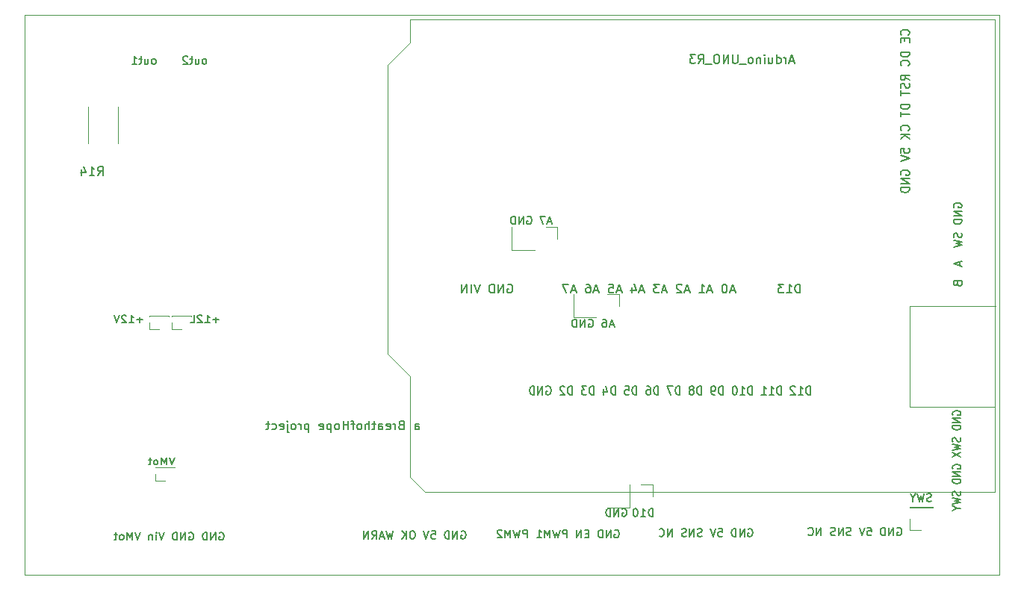
<source format=gbr>
G04 #@! TF.GenerationSoftware,KiCad,Pcbnew,5.1.5-52549c5~86~ubuntu18.04.1*
G04 #@! TF.CreationDate,2020-05-20T16:48:26+05:30*
G04 #@! TF.ProjectId,Resp2,52657370-322e-46b6-9963-61645f706362,rev?*
G04 #@! TF.SameCoordinates,Original*
G04 #@! TF.FileFunction,Legend,Bot*
G04 #@! TF.FilePolarity,Positive*
%FSLAX46Y46*%
G04 Gerber Fmt 4.6, Leading zero omitted, Abs format (unit mm)*
G04 Created by KiCad (PCBNEW 5.1.5-52549c5~86~ubuntu18.04.1) date 2020-05-20 16:48:26*
%MOMM*%
%LPD*%
G04 APERTURE LIST*
%ADD10C,0.150000*%
%ADD11C,0.100000*%
%ADD12C,0.120000*%
G04 APERTURE END LIST*
D10*
X80441714Y-68765000D02*
X80527428Y-68722142D01*
X80656000Y-68722142D01*
X80784571Y-68765000D01*
X80870285Y-68850714D01*
X80913142Y-68936428D01*
X80956000Y-69107857D01*
X80956000Y-69236428D01*
X80913142Y-69407857D01*
X80870285Y-69493571D01*
X80784571Y-69579285D01*
X80656000Y-69622142D01*
X80570285Y-69622142D01*
X80441714Y-69579285D01*
X80398857Y-69536428D01*
X80398857Y-69236428D01*
X80570285Y-69236428D01*
X80013142Y-69622142D02*
X80013142Y-68722142D01*
X79498857Y-69622142D01*
X79498857Y-68722142D01*
X79070285Y-69622142D02*
X79070285Y-68722142D01*
X78856000Y-68722142D01*
X78727428Y-68765000D01*
X78641714Y-68850714D01*
X78598857Y-68936428D01*
X78556000Y-69107857D01*
X78556000Y-69236428D01*
X78598857Y-69407857D01*
X78641714Y-69493571D01*
X78727428Y-69579285D01*
X78856000Y-69622142D01*
X79070285Y-69622142D01*
X69646714Y-35618000D02*
X69732428Y-35575142D01*
X69861000Y-35575142D01*
X69989571Y-35618000D01*
X70075285Y-35703714D01*
X70118142Y-35789428D01*
X70161000Y-35960857D01*
X70161000Y-36089428D01*
X70118142Y-36260857D01*
X70075285Y-36346571D01*
X69989571Y-36432285D01*
X69861000Y-36475142D01*
X69775285Y-36475142D01*
X69646714Y-36432285D01*
X69603857Y-36389428D01*
X69603857Y-36089428D01*
X69775285Y-36089428D01*
X69218142Y-36475142D02*
X69218142Y-35575142D01*
X68703857Y-36475142D01*
X68703857Y-35575142D01*
X68275285Y-36475142D02*
X68275285Y-35575142D01*
X68061000Y-35575142D01*
X67932428Y-35618000D01*
X67846714Y-35703714D01*
X67803857Y-35789428D01*
X67761000Y-35960857D01*
X67761000Y-36089428D01*
X67803857Y-36260857D01*
X67846714Y-36346571D01*
X67932428Y-36432285D01*
X68061000Y-36475142D01*
X68275285Y-36475142D01*
X79446142Y-47902000D02*
X79017571Y-47902000D01*
X79531857Y-48159142D02*
X79231857Y-47259142D01*
X78931857Y-48159142D01*
X78246142Y-47259142D02*
X78417571Y-47259142D01*
X78503285Y-47302000D01*
X78546142Y-47344857D01*
X78631857Y-47473428D01*
X78674714Y-47644857D01*
X78674714Y-47987714D01*
X78631857Y-48073428D01*
X78589000Y-48116285D01*
X78503285Y-48159142D01*
X78331857Y-48159142D01*
X78246142Y-48116285D01*
X78203285Y-48073428D01*
X78160428Y-47987714D01*
X78160428Y-47773428D01*
X78203285Y-47687714D01*
X78246142Y-47644857D01*
X78331857Y-47602000D01*
X78503285Y-47602000D01*
X78589000Y-47644857D01*
X78631857Y-47687714D01*
X78674714Y-47773428D01*
X76617571Y-47302000D02*
X76703285Y-47259142D01*
X76831857Y-47259142D01*
X76960428Y-47302000D01*
X77046142Y-47387714D01*
X77089000Y-47473428D01*
X77131857Y-47644857D01*
X77131857Y-47773428D01*
X77089000Y-47944857D01*
X77046142Y-48030571D01*
X76960428Y-48116285D01*
X76831857Y-48159142D01*
X76746142Y-48159142D01*
X76617571Y-48116285D01*
X76574714Y-48073428D01*
X76574714Y-47773428D01*
X76746142Y-47773428D01*
X76189000Y-48159142D02*
X76189000Y-47259142D01*
X75674714Y-48159142D01*
X75674714Y-47259142D01*
X75246142Y-48159142D02*
X75246142Y-47259142D01*
X75031857Y-47259142D01*
X74903285Y-47302000D01*
X74817571Y-47387714D01*
X74774714Y-47473428D01*
X74731857Y-47644857D01*
X74731857Y-47773428D01*
X74774714Y-47944857D01*
X74817571Y-48030571D01*
X74903285Y-48116285D01*
X75031857Y-48159142D01*
X75246142Y-48159142D01*
X112879142Y-14981523D02*
X112926761Y-14936285D01*
X112974380Y-14800571D01*
X112974380Y-14710095D01*
X112926761Y-14574380D01*
X112831523Y-14483904D01*
X112736285Y-14438666D01*
X112545809Y-14393428D01*
X112402952Y-14393428D01*
X112212476Y-14438666D01*
X112117238Y-14483904D01*
X112022000Y-14574380D01*
X111974380Y-14710095D01*
X111974380Y-14800571D01*
X112022000Y-14936285D01*
X112069619Y-14981523D01*
X112450571Y-15388666D02*
X112450571Y-15705333D01*
X112974380Y-15841047D02*
X112974380Y-15388666D01*
X111974380Y-15388666D01*
X111974380Y-15841047D01*
X112974380Y-16972000D02*
X111974380Y-16972000D01*
X111974380Y-17198190D01*
X112022000Y-17333904D01*
X112117238Y-17424380D01*
X112212476Y-17469619D01*
X112402952Y-17514857D01*
X112545809Y-17514857D01*
X112736285Y-17469619D01*
X112831523Y-17424380D01*
X112926761Y-17333904D01*
X112974380Y-17198190D01*
X112974380Y-16972000D01*
X112879142Y-18464857D02*
X112926761Y-18419619D01*
X112974380Y-18283904D01*
X112974380Y-18193428D01*
X112926761Y-18057714D01*
X112831523Y-17967238D01*
X112736285Y-17922000D01*
X112545809Y-17876761D01*
X112402952Y-17876761D01*
X112212476Y-17922000D01*
X112117238Y-17967238D01*
X112022000Y-18057714D01*
X111974380Y-18193428D01*
X111974380Y-18283904D01*
X112022000Y-18419619D01*
X112069619Y-18464857D01*
X112974380Y-20138666D02*
X112498190Y-19822000D01*
X112974380Y-19595809D02*
X111974380Y-19595809D01*
X111974380Y-19957714D01*
X112022000Y-20048190D01*
X112069619Y-20093428D01*
X112164857Y-20138666D01*
X112307714Y-20138666D01*
X112402952Y-20093428D01*
X112450571Y-20048190D01*
X112498190Y-19957714D01*
X112498190Y-19595809D01*
X112926761Y-20500571D02*
X112974380Y-20636285D01*
X112974380Y-20862476D01*
X112926761Y-20952952D01*
X112879142Y-20998190D01*
X112783904Y-21043428D01*
X112688666Y-21043428D01*
X112593428Y-20998190D01*
X112545809Y-20952952D01*
X112498190Y-20862476D01*
X112450571Y-20681523D01*
X112402952Y-20591047D01*
X112355333Y-20545809D01*
X112260095Y-20500571D01*
X112164857Y-20500571D01*
X112069619Y-20545809D01*
X112022000Y-20591047D01*
X111974380Y-20681523D01*
X111974380Y-20907714D01*
X112022000Y-21043428D01*
X111974380Y-21314857D02*
X111974380Y-21857714D01*
X112974380Y-21586285D02*
X111974380Y-21586285D01*
X112974380Y-22898190D02*
X111974380Y-22898190D01*
X111974380Y-23124380D01*
X112022000Y-23260095D01*
X112117238Y-23350571D01*
X112212476Y-23395809D01*
X112402952Y-23441047D01*
X112545809Y-23441047D01*
X112736285Y-23395809D01*
X112831523Y-23350571D01*
X112926761Y-23260095D01*
X112974380Y-23124380D01*
X112974380Y-22898190D01*
X111974380Y-23712476D02*
X111974380Y-24255333D01*
X112974380Y-23983904D02*
X111974380Y-23983904D01*
X112879142Y-25838666D02*
X112926761Y-25793428D01*
X112974380Y-25657714D01*
X112974380Y-25567238D01*
X112926761Y-25431523D01*
X112831523Y-25341047D01*
X112736285Y-25295809D01*
X112545809Y-25250571D01*
X112402952Y-25250571D01*
X112212476Y-25295809D01*
X112117238Y-25341047D01*
X112022000Y-25431523D01*
X111974380Y-25567238D01*
X111974380Y-25657714D01*
X112022000Y-25793428D01*
X112069619Y-25838666D01*
X112974380Y-26245809D02*
X111974380Y-26245809D01*
X112974380Y-26788666D02*
X112402952Y-26381523D01*
X111974380Y-26788666D02*
X112545809Y-26245809D01*
X111974380Y-28372000D02*
X111974380Y-27919619D01*
X112450571Y-27874380D01*
X112402952Y-27919619D01*
X112355333Y-28010095D01*
X112355333Y-28236285D01*
X112402952Y-28326761D01*
X112450571Y-28372000D01*
X112545809Y-28417238D01*
X112783904Y-28417238D01*
X112879142Y-28372000D01*
X112926761Y-28326761D01*
X112974380Y-28236285D01*
X112974380Y-28010095D01*
X112926761Y-27919619D01*
X112879142Y-27874380D01*
X111974380Y-28688666D02*
X112974380Y-29005333D01*
X111974380Y-29322000D01*
X112022000Y-30860095D02*
X111974380Y-30769619D01*
X111974380Y-30633904D01*
X112022000Y-30498190D01*
X112117238Y-30407714D01*
X112212476Y-30362476D01*
X112402952Y-30317238D01*
X112545809Y-30317238D01*
X112736285Y-30362476D01*
X112831523Y-30407714D01*
X112926761Y-30498190D01*
X112974380Y-30633904D01*
X112974380Y-30724380D01*
X112926761Y-30860095D01*
X112879142Y-30905333D01*
X112545809Y-30905333D01*
X112545809Y-30724380D01*
X112974380Y-31312476D02*
X111974380Y-31312476D01*
X112974380Y-31855333D01*
X111974380Y-31855333D01*
X112974380Y-32307714D02*
X111974380Y-32307714D01*
X111974380Y-32533904D01*
X112022000Y-32669619D01*
X112117238Y-32760095D01*
X112212476Y-32805333D01*
X112402952Y-32850571D01*
X112545809Y-32850571D01*
X112736285Y-32805333D01*
X112831523Y-32760095D01*
X112926761Y-32669619D01*
X112974380Y-32533904D01*
X112974380Y-32307714D01*
X101730571Y-55824380D02*
X101730571Y-54824380D01*
X101516285Y-54824380D01*
X101387714Y-54872000D01*
X101302000Y-54967238D01*
X101259142Y-55062476D01*
X101216285Y-55252952D01*
X101216285Y-55395809D01*
X101259142Y-55586285D01*
X101302000Y-55681523D01*
X101387714Y-55776761D01*
X101516285Y-55824380D01*
X101730571Y-55824380D01*
X100359142Y-55824380D02*
X100873428Y-55824380D01*
X100616285Y-55824380D02*
X100616285Y-54824380D01*
X100702000Y-54967238D01*
X100787714Y-55062476D01*
X100873428Y-55110095D01*
X100016285Y-54919619D02*
X99973428Y-54872000D01*
X99887714Y-54824380D01*
X99673428Y-54824380D01*
X99587714Y-54872000D01*
X99544857Y-54919619D01*
X99502000Y-55014857D01*
X99502000Y-55110095D01*
X99544857Y-55252952D01*
X100059142Y-55824380D01*
X99502000Y-55824380D01*
X98430571Y-55824380D02*
X98430571Y-54824380D01*
X98216285Y-54824380D01*
X98087714Y-54872000D01*
X98002000Y-54967238D01*
X97959142Y-55062476D01*
X97916285Y-55252952D01*
X97916285Y-55395809D01*
X97959142Y-55586285D01*
X98002000Y-55681523D01*
X98087714Y-55776761D01*
X98216285Y-55824380D01*
X98430571Y-55824380D01*
X97059142Y-55824380D02*
X97573428Y-55824380D01*
X97316285Y-55824380D02*
X97316285Y-54824380D01*
X97402000Y-54967238D01*
X97487714Y-55062476D01*
X97573428Y-55110095D01*
X96202000Y-55824380D02*
X96716285Y-55824380D01*
X96459142Y-55824380D02*
X96459142Y-54824380D01*
X96544857Y-54967238D01*
X96630571Y-55062476D01*
X96716285Y-55110095D01*
X95130571Y-55824380D02*
X95130571Y-54824380D01*
X94916285Y-54824380D01*
X94787714Y-54872000D01*
X94702000Y-54967238D01*
X94659142Y-55062476D01*
X94616285Y-55252952D01*
X94616285Y-55395809D01*
X94659142Y-55586285D01*
X94702000Y-55681523D01*
X94787714Y-55776761D01*
X94916285Y-55824380D01*
X95130571Y-55824380D01*
X93759142Y-55824380D02*
X94273428Y-55824380D01*
X94016285Y-55824380D02*
X94016285Y-54824380D01*
X94102000Y-54967238D01*
X94187714Y-55062476D01*
X94273428Y-55110095D01*
X93202000Y-54824380D02*
X93116285Y-54824380D01*
X93030571Y-54872000D01*
X92987714Y-54919619D01*
X92944857Y-55014857D01*
X92902000Y-55205333D01*
X92902000Y-55443428D01*
X92944857Y-55633904D01*
X92987714Y-55729142D01*
X93030571Y-55776761D01*
X93116285Y-55824380D01*
X93202000Y-55824380D01*
X93287714Y-55776761D01*
X93330571Y-55729142D01*
X93373428Y-55633904D01*
X93416285Y-55443428D01*
X93416285Y-55205333D01*
X93373428Y-55014857D01*
X93330571Y-54919619D01*
X93287714Y-54872000D01*
X93202000Y-54824380D01*
X91830571Y-55824380D02*
X91830571Y-54824380D01*
X91616285Y-54824380D01*
X91487714Y-54872000D01*
X91402000Y-54967238D01*
X91359142Y-55062476D01*
X91316285Y-55252952D01*
X91316285Y-55395809D01*
X91359142Y-55586285D01*
X91402000Y-55681523D01*
X91487714Y-55776761D01*
X91616285Y-55824380D01*
X91830571Y-55824380D01*
X90887714Y-55824380D02*
X90716285Y-55824380D01*
X90630571Y-55776761D01*
X90587714Y-55729142D01*
X90502000Y-55586285D01*
X90459142Y-55395809D01*
X90459142Y-55014857D01*
X90502000Y-54919619D01*
X90544857Y-54872000D01*
X90630571Y-54824380D01*
X90802000Y-54824380D01*
X90887714Y-54872000D01*
X90930571Y-54919619D01*
X90973428Y-55014857D01*
X90973428Y-55252952D01*
X90930571Y-55348190D01*
X90887714Y-55395809D01*
X90802000Y-55443428D01*
X90630571Y-55443428D01*
X90544857Y-55395809D01*
X90502000Y-55348190D01*
X90459142Y-55252952D01*
X89387714Y-55824380D02*
X89387714Y-54824380D01*
X89173428Y-54824380D01*
X89044857Y-54872000D01*
X88959142Y-54967238D01*
X88916285Y-55062476D01*
X88873428Y-55252952D01*
X88873428Y-55395809D01*
X88916285Y-55586285D01*
X88959142Y-55681523D01*
X89044857Y-55776761D01*
X89173428Y-55824380D01*
X89387714Y-55824380D01*
X88359142Y-55252952D02*
X88444857Y-55205333D01*
X88487714Y-55157714D01*
X88530571Y-55062476D01*
X88530571Y-55014857D01*
X88487714Y-54919619D01*
X88444857Y-54872000D01*
X88359142Y-54824380D01*
X88187714Y-54824380D01*
X88101999Y-54872000D01*
X88059142Y-54919619D01*
X88016285Y-55014857D01*
X88016285Y-55062476D01*
X88059142Y-55157714D01*
X88101999Y-55205333D01*
X88187714Y-55252952D01*
X88359142Y-55252952D01*
X88444857Y-55300571D01*
X88487714Y-55348190D01*
X88530571Y-55443428D01*
X88530571Y-55633904D01*
X88487714Y-55729142D01*
X88444857Y-55776761D01*
X88359142Y-55824380D01*
X88187714Y-55824380D01*
X88101999Y-55776761D01*
X88059142Y-55729142D01*
X88016285Y-55633904D01*
X88016285Y-55443428D01*
X88059142Y-55348190D01*
X88101999Y-55300571D01*
X88187714Y-55252952D01*
X86944857Y-55824380D02*
X86944857Y-54824380D01*
X86730571Y-54824380D01*
X86601999Y-54872000D01*
X86516285Y-54967238D01*
X86473428Y-55062476D01*
X86430571Y-55252952D01*
X86430571Y-55395809D01*
X86473428Y-55586285D01*
X86516285Y-55681523D01*
X86601999Y-55776761D01*
X86730571Y-55824380D01*
X86944857Y-55824380D01*
X86130571Y-54824380D02*
X85530571Y-54824380D01*
X85916285Y-55824380D01*
X84501999Y-55824380D02*
X84501999Y-54824380D01*
X84287714Y-54824380D01*
X84159142Y-54872000D01*
X84073428Y-54967238D01*
X84030571Y-55062476D01*
X83987714Y-55252952D01*
X83987714Y-55395809D01*
X84030571Y-55586285D01*
X84073428Y-55681523D01*
X84159142Y-55776761D01*
X84287714Y-55824380D01*
X84501999Y-55824380D01*
X83216285Y-54824380D02*
X83387714Y-54824380D01*
X83473428Y-54872000D01*
X83516285Y-54919619D01*
X83601999Y-55062476D01*
X83644857Y-55252952D01*
X83644857Y-55633904D01*
X83601999Y-55729142D01*
X83559142Y-55776761D01*
X83473428Y-55824380D01*
X83301999Y-55824380D01*
X83216285Y-55776761D01*
X83173428Y-55729142D01*
X83130571Y-55633904D01*
X83130571Y-55395809D01*
X83173428Y-55300571D01*
X83216285Y-55252952D01*
X83301999Y-55205333D01*
X83473428Y-55205333D01*
X83559142Y-55252952D01*
X83601999Y-55300571D01*
X83644857Y-55395809D01*
X82059142Y-55824380D02*
X82059142Y-54824380D01*
X81844857Y-54824380D01*
X81716285Y-54872000D01*
X81630571Y-54967238D01*
X81587714Y-55062476D01*
X81544857Y-55252952D01*
X81544857Y-55395809D01*
X81587714Y-55586285D01*
X81630571Y-55681523D01*
X81716285Y-55776761D01*
X81844857Y-55824380D01*
X82059142Y-55824380D01*
X80730571Y-54824380D02*
X81159142Y-54824380D01*
X81201999Y-55300571D01*
X81159142Y-55252952D01*
X81073428Y-55205333D01*
X80859142Y-55205333D01*
X80773428Y-55252952D01*
X80730571Y-55300571D01*
X80687714Y-55395809D01*
X80687714Y-55633904D01*
X80730571Y-55729142D01*
X80773428Y-55776761D01*
X80859142Y-55824380D01*
X81073428Y-55824380D01*
X81159142Y-55776761D01*
X81201999Y-55729142D01*
X79616285Y-55824380D02*
X79616285Y-54824380D01*
X79401999Y-54824380D01*
X79273428Y-54872000D01*
X79187714Y-54967238D01*
X79144857Y-55062476D01*
X79101999Y-55252952D01*
X79101999Y-55395809D01*
X79144857Y-55586285D01*
X79187714Y-55681523D01*
X79273428Y-55776761D01*
X79401999Y-55824380D01*
X79616285Y-55824380D01*
X78330571Y-55157714D02*
X78330571Y-55824380D01*
X78544857Y-54776761D02*
X78759142Y-55491047D01*
X78201999Y-55491047D01*
X77173428Y-55824380D02*
X77173428Y-54824380D01*
X76959142Y-54824380D01*
X76830571Y-54872000D01*
X76744857Y-54967238D01*
X76701999Y-55062476D01*
X76659142Y-55252952D01*
X76659142Y-55395809D01*
X76701999Y-55586285D01*
X76744857Y-55681523D01*
X76830571Y-55776761D01*
X76959142Y-55824380D01*
X77173428Y-55824380D01*
X76359142Y-54824380D02*
X75801999Y-54824380D01*
X76101999Y-55205333D01*
X75973428Y-55205333D01*
X75887714Y-55252952D01*
X75844857Y-55300571D01*
X75801999Y-55395809D01*
X75801999Y-55633904D01*
X75844857Y-55729142D01*
X75887714Y-55776761D01*
X75973428Y-55824380D01*
X76230571Y-55824380D01*
X76316285Y-55776761D01*
X76359142Y-55729142D01*
X74730571Y-55824380D02*
X74730571Y-54824380D01*
X74516285Y-54824380D01*
X74387714Y-54872000D01*
X74301999Y-54967238D01*
X74259142Y-55062476D01*
X74216285Y-55252952D01*
X74216285Y-55395809D01*
X74259142Y-55586285D01*
X74301999Y-55681523D01*
X74387714Y-55776761D01*
X74516285Y-55824380D01*
X74730571Y-55824380D01*
X73873428Y-54919619D02*
X73830571Y-54872000D01*
X73744857Y-54824380D01*
X73530571Y-54824380D01*
X73444857Y-54872000D01*
X73401999Y-54919619D01*
X73359142Y-55014857D01*
X73359142Y-55110095D01*
X73401999Y-55252952D01*
X73916285Y-55824380D01*
X73359142Y-55824380D01*
X71816285Y-54872000D02*
X71901999Y-54824380D01*
X72030571Y-54824380D01*
X72159142Y-54872000D01*
X72244857Y-54967238D01*
X72287714Y-55062476D01*
X72330571Y-55252952D01*
X72330571Y-55395809D01*
X72287714Y-55586285D01*
X72244857Y-55681523D01*
X72159142Y-55776761D01*
X72030571Y-55824380D01*
X71944857Y-55824380D01*
X71816285Y-55776761D01*
X71773428Y-55729142D01*
X71773428Y-55395809D01*
X71944857Y-55395809D01*
X71387714Y-55824380D02*
X71387714Y-54824380D01*
X70873428Y-55824380D01*
X70873428Y-54824380D01*
X70444857Y-55824380D02*
X70444857Y-54824380D01*
X70230571Y-54824380D01*
X70101999Y-54872000D01*
X70016285Y-54967238D01*
X69973428Y-55062476D01*
X69930571Y-55252952D01*
X69930571Y-55395809D01*
X69973428Y-55586285D01*
X70016285Y-55681523D01*
X70101999Y-55776761D01*
X70230571Y-55824380D01*
X70444857Y-55824380D01*
X100573666Y-44267380D02*
X100573666Y-43267380D01*
X100335571Y-43267380D01*
X100192714Y-43315000D01*
X100097476Y-43410238D01*
X100049857Y-43505476D01*
X100002238Y-43695952D01*
X100002238Y-43838809D01*
X100049857Y-44029285D01*
X100097476Y-44124523D01*
X100192714Y-44219761D01*
X100335571Y-44267380D01*
X100573666Y-44267380D01*
X99049857Y-44267380D02*
X99621285Y-44267380D01*
X99335571Y-44267380D02*
X99335571Y-43267380D01*
X99430809Y-43410238D01*
X99526047Y-43505476D01*
X99621285Y-43553095D01*
X98716523Y-43267380D02*
X98097476Y-43267380D01*
X98430809Y-43648333D01*
X98287952Y-43648333D01*
X98192714Y-43695952D01*
X98145095Y-43743571D01*
X98097476Y-43838809D01*
X98097476Y-44076904D01*
X98145095Y-44172142D01*
X98192714Y-44219761D01*
X98287952Y-44267380D01*
X98573666Y-44267380D01*
X98668904Y-44219761D01*
X98716523Y-44172142D01*
X93145095Y-43981666D02*
X92668904Y-43981666D01*
X93240333Y-44267380D02*
X92907000Y-43267380D01*
X92573666Y-44267380D01*
X92049857Y-43267380D02*
X91954619Y-43267380D01*
X91859380Y-43315000D01*
X91811761Y-43362619D01*
X91764142Y-43457857D01*
X91716523Y-43648333D01*
X91716523Y-43886428D01*
X91764142Y-44076904D01*
X91811761Y-44172142D01*
X91859380Y-44219761D01*
X91954619Y-44267380D01*
X92049857Y-44267380D01*
X92145095Y-44219761D01*
X92192714Y-44172142D01*
X92240333Y-44076904D01*
X92287952Y-43886428D01*
X92287952Y-43648333D01*
X92240333Y-43457857D01*
X92192714Y-43362619D01*
X92145095Y-43315000D01*
X92049857Y-43267380D01*
X90573666Y-43981666D02*
X90097476Y-43981666D01*
X90668904Y-44267380D02*
X90335571Y-43267380D01*
X90002238Y-44267380D01*
X89145095Y-44267380D02*
X89716523Y-44267380D01*
X89430809Y-44267380D02*
X89430809Y-43267380D01*
X89526047Y-43410238D01*
X89621285Y-43505476D01*
X89716523Y-43553095D01*
X88002238Y-43981666D02*
X87526047Y-43981666D01*
X88097476Y-44267380D02*
X87764142Y-43267380D01*
X87430809Y-44267380D01*
X87145095Y-43362619D02*
X87097476Y-43315000D01*
X87002238Y-43267380D01*
X86764142Y-43267380D01*
X86668904Y-43315000D01*
X86621285Y-43362619D01*
X86573666Y-43457857D01*
X86573666Y-43553095D01*
X86621285Y-43695952D01*
X87192714Y-44267380D01*
X86573666Y-44267380D01*
X85430809Y-43981666D02*
X84954619Y-43981666D01*
X85526047Y-44267380D02*
X85192714Y-43267380D01*
X84859380Y-44267380D01*
X84621285Y-43267380D02*
X84002238Y-43267380D01*
X84335571Y-43648333D01*
X84192714Y-43648333D01*
X84097476Y-43695952D01*
X84049857Y-43743571D01*
X84002238Y-43838809D01*
X84002238Y-44076904D01*
X84049857Y-44172142D01*
X84097476Y-44219761D01*
X84192714Y-44267380D01*
X84478428Y-44267380D01*
X84573666Y-44219761D01*
X84621285Y-44172142D01*
X82859380Y-43981666D02*
X82383190Y-43981666D01*
X82954619Y-44267380D02*
X82621285Y-43267380D01*
X82287952Y-44267380D01*
X81526047Y-43600714D02*
X81526047Y-44267380D01*
X81764142Y-43219761D02*
X82002238Y-43934047D01*
X81383190Y-43934047D01*
X80287952Y-43981666D02*
X79811761Y-43981666D01*
X80383190Y-44267380D02*
X80049857Y-43267380D01*
X79716523Y-44267380D01*
X78907000Y-43267380D02*
X79383190Y-43267380D01*
X79430809Y-43743571D01*
X79383190Y-43695952D01*
X79287952Y-43648333D01*
X79049857Y-43648333D01*
X78954619Y-43695952D01*
X78907000Y-43743571D01*
X78859380Y-43838809D01*
X78859380Y-44076904D01*
X78907000Y-44172142D01*
X78954619Y-44219761D01*
X79049857Y-44267380D01*
X79287952Y-44267380D01*
X79383190Y-44219761D01*
X79430809Y-44172142D01*
X77716523Y-43981666D02*
X77240333Y-43981666D01*
X77811761Y-44267380D02*
X77478428Y-43267380D01*
X77145095Y-44267380D01*
X76383190Y-43267380D02*
X76573666Y-43267380D01*
X76668904Y-43315000D01*
X76716523Y-43362619D01*
X76811761Y-43505476D01*
X76859380Y-43695952D01*
X76859380Y-44076904D01*
X76811761Y-44172142D01*
X76764142Y-44219761D01*
X76668904Y-44267380D01*
X76478428Y-44267380D01*
X76383190Y-44219761D01*
X76335571Y-44172142D01*
X76287952Y-44076904D01*
X76287952Y-43838809D01*
X76335571Y-43743571D01*
X76383190Y-43695952D01*
X76478428Y-43648333D01*
X76668904Y-43648333D01*
X76764142Y-43695952D01*
X76811761Y-43743571D01*
X76859380Y-43838809D01*
X75145095Y-43981666D02*
X74668904Y-43981666D01*
X75240333Y-44267380D02*
X74907000Y-43267380D01*
X74573666Y-44267380D01*
X74335571Y-43267380D02*
X73668904Y-43267380D01*
X74097476Y-44267380D01*
X67430809Y-43315000D02*
X67526047Y-43267380D01*
X67668904Y-43267380D01*
X67811761Y-43315000D01*
X67907000Y-43410238D01*
X67954619Y-43505476D01*
X68002238Y-43695952D01*
X68002238Y-43838809D01*
X67954619Y-44029285D01*
X67907000Y-44124523D01*
X67811761Y-44219761D01*
X67668904Y-44267380D01*
X67573666Y-44267380D01*
X67430809Y-44219761D01*
X67383190Y-44172142D01*
X67383190Y-43838809D01*
X67573666Y-43838809D01*
X66954619Y-44267380D02*
X66954619Y-43267380D01*
X66383190Y-44267380D01*
X66383190Y-43267380D01*
X65907000Y-44267380D02*
X65907000Y-43267380D01*
X65668904Y-43267380D01*
X65526047Y-43315000D01*
X65430809Y-43410238D01*
X65383190Y-43505476D01*
X65335571Y-43695952D01*
X65335571Y-43838809D01*
X65383190Y-44029285D01*
X65430809Y-44124523D01*
X65526047Y-44219761D01*
X65668904Y-44267380D01*
X65907000Y-44267380D01*
X64287952Y-43267380D02*
X63954619Y-44267380D01*
X63621285Y-43267380D01*
X63287952Y-44267380D02*
X63287952Y-43267380D01*
X62811761Y-44267380D02*
X62811761Y-43267380D01*
X62240333Y-44267380D01*
X62240333Y-43267380D01*
X33111571Y-18314142D02*
X33197285Y-18271285D01*
X33240142Y-18228428D01*
X33283000Y-18142714D01*
X33283000Y-17885571D01*
X33240142Y-17799857D01*
X33197285Y-17757000D01*
X33111571Y-17714142D01*
X32983000Y-17714142D01*
X32897285Y-17757000D01*
X32854428Y-17799857D01*
X32811571Y-17885571D01*
X32811571Y-18142714D01*
X32854428Y-18228428D01*
X32897285Y-18271285D01*
X32983000Y-18314142D01*
X33111571Y-18314142D01*
X32040142Y-17714142D02*
X32040142Y-18314142D01*
X32425857Y-17714142D02*
X32425857Y-18185571D01*
X32383000Y-18271285D01*
X32297285Y-18314142D01*
X32168714Y-18314142D01*
X32083000Y-18271285D01*
X32040142Y-18228428D01*
X31740142Y-17714142D02*
X31397285Y-17714142D01*
X31611571Y-17414142D02*
X31611571Y-18185571D01*
X31568714Y-18271285D01*
X31483000Y-18314142D01*
X31397285Y-18314142D01*
X31140142Y-17499857D02*
X31097285Y-17457000D01*
X31011571Y-17414142D01*
X30797285Y-17414142D01*
X30711571Y-17457000D01*
X30668714Y-17499857D01*
X30625857Y-17585571D01*
X30625857Y-17671285D01*
X30668714Y-17799857D01*
X31183000Y-18314142D01*
X30625857Y-18314142D01*
X27368714Y-18314142D02*
X27454428Y-18271285D01*
X27497285Y-18228428D01*
X27540142Y-18142714D01*
X27540142Y-17885571D01*
X27497285Y-17799857D01*
X27454428Y-17757000D01*
X27368714Y-17714142D01*
X27240142Y-17714142D01*
X27154428Y-17757000D01*
X27111571Y-17799857D01*
X27068714Y-17885571D01*
X27068714Y-18142714D01*
X27111571Y-18228428D01*
X27154428Y-18271285D01*
X27240142Y-18314142D01*
X27368714Y-18314142D01*
X26297285Y-17714142D02*
X26297285Y-18314142D01*
X26683000Y-17714142D02*
X26683000Y-18185571D01*
X26640142Y-18271285D01*
X26554428Y-18314142D01*
X26425857Y-18314142D01*
X26340142Y-18271285D01*
X26297285Y-18228428D01*
X25997285Y-17714142D02*
X25654428Y-17714142D01*
X25868714Y-17414142D02*
X25868714Y-18185571D01*
X25825857Y-18271285D01*
X25740142Y-18314142D01*
X25654428Y-18314142D01*
X24883000Y-18314142D02*
X25397285Y-18314142D01*
X25140142Y-18314142D02*
X25140142Y-17414142D01*
X25225857Y-17542714D01*
X25311571Y-17628428D01*
X25397285Y-17671285D01*
X118041000Y-34556428D02*
X117998142Y-34470714D01*
X117998142Y-34342142D01*
X118041000Y-34213571D01*
X118126714Y-34127857D01*
X118212428Y-34085000D01*
X118383857Y-34042142D01*
X118512428Y-34042142D01*
X118683857Y-34085000D01*
X118769571Y-34127857D01*
X118855285Y-34213571D01*
X118898142Y-34342142D01*
X118898142Y-34427857D01*
X118855285Y-34556428D01*
X118812428Y-34599285D01*
X118512428Y-34599285D01*
X118512428Y-34427857D01*
X118898142Y-34985000D02*
X117998142Y-34985000D01*
X118898142Y-35499285D01*
X117998142Y-35499285D01*
X118898142Y-35927857D02*
X117998142Y-35927857D01*
X117998142Y-36142142D01*
X118041000Y-36270714D01*
X118126714Y-36356428D01*
X118212428Y-36399285D01*
X118383857Y-36442142D01*
X118512428Y-36442142D01*
X118683857Y-36399285D01*
X118769571Y-36356428D01*
X118855285Y-36270714D01*
X118898142Y-36142142D01*
X118898142Y-35927857D01*
X118855285Y-37470714D02*
X118898142Y-37599285D01*
X118898142Y-37813571D01*
X118855285Y-37899285D01*
X118812428Y-37942142D01*
X118726714Y-37985000D01*
X118641000Y-37985000D01*
X118555285Y-37942142D01*
X118512428Y-37899285D01*
X118469571Y-37813571D01*
X118426714Y-37642142D01*
X118383857Y-37556428D01*
X118341000Y-37513571D01*
X118255285Y-37470714D01*
X118169571Y-37470714D01*
X118083857Y-37513571D01*
X118041000Y-37556428D01*
X117998142Y-37642142D01*
X117998142Y-37856428D01*
X118041000Y-37985000D01*
X117998142Y-38285000D02*
X118898142Y-38499285D01*
X118255285Y-38670714D01*
X118898142Y-38842142D01*
X117998142Y-39056428D01*
X118641000Y-40727857D02*
X118641000Y-41156428D01*
X118898142Y-40642142D02*
X117998142Y-40942142D01*
X118898142Y-41242142D01*
X118426714Y-43213571D02*
X118469571Y-43342142D01*
X118512428Y-43385000D01*
X118598142Y-43427857D01*
X118726714Y-43427857D01*
X118812428Y-43385000D01*
X118855285Y-43342142D01*
X118898142Y-43256428D01*
X118898142Y-42913571D01*
X117998142Y-42913571D01*
X117998142Y-43213571D01*
X118041000Y-43299285D01*
X118083857Y-43342142D01*
X118169571Y-43385000D01*
X118255285Y-43385000D01*
X118341000Y-43342142D01*
X118383857Y-43299285D01*
X118426714Y-43213571D01*
X118426714Y-42913571D01*
X117914000Y-58103142D02*
X117871142Y-58026952D01*
X117871142Y-57912666D01*
X117914000Y-57798380D01*
X117999714Y-57722190D01*
X118085428Y-57684095D01*
X118256857Y-57646000D01*
X118385428Y-57646000D01*
X118556857Y-57684095D01*
X118642571Y-57722190D01*
X118728285Y-57798380D01*
X118771142Y-57912666D01*
X118771142Y-57988857D01*
X118728285Y-58103142D01*
X118685428Y-58141238D01*
X118385428Y-58141238D01*
X118385428Y-57988857D01*
X118771142Y-58484095D02*
X117871142Y-58484095D01*
X118771142Y-58941238D01*
X117871142Y-58941238D01*
X118771142Y-59322190D02*
X117871142Y-59322190D01*
X117871142Y-59512666D01*
X117914000Y-59626952D01*
X117999714Y-59703142D01*
X118085428Y-59741238D01*
X118256857Y-59779333D01*
X118385428Y-59779333D01*
X118556857Y-59741238D01*
X118642571Y-59703142D01*
X118728285Y-59626952D01*
X118771142Y-59512666D01*
X118771142Y-59322190D01*
X118728285Y-60693619D02*
X118771142Y-60807904D01*
X118771142Y-60998380D01*
X118728285Y-61074571D01*
X118685428Y-61112666D01*
X118599714Y-61150761D01*
X118514000Y-61150761D01*
X118428285Y-61112666D01*
X118385428Y-61074571D01*
X118342571Y-60998380D01*
X118299714Y-60846000D01*
X118256857Y-60769809D01*
X118214000Y-60731714D01*
X118128285Y-60693619D01*
X118042571Y-60693619D01*
X117956857Y-60731714D01*
X117914000Y-60769809D01*
X117871142Y-60846000D01*
X117871142Y-61036476D01*
X117914000Y-61150761D01*
X117871142Y-61417428D02*
X118771142Y-61607904D01*
X118128285Y-61760285D01*
X118771142Y-61912666D01*
X117871142Y-62103142D01*
X117871142Y-62331714D02*
X118771142Y-62865047D01*
X117871142Y-62865047D02*
X118771142Y-62331714D01*
X117914000Y-64198380D02*
X117871142Y-64122190D01*
X117871142Y-64007904D01*
X117914000Y-63893619D01*
X117999714Y-63817428D01*
X118085428Y-63779333D01*
X118256857Y-63741238D01*
X118385428Y-63741238D01*
X118556857Y-63779333D01*
X118642571Y-63817428D01*
X118728285Y-63893619D01*
X118771142Y-64007904D01*
X118771142Y-64084095D01*
X118728285Y-64198380D01*
X118685428Y-64236476D01*
X118385428Y-64236476D01*
X118385428Y-64084095D01*
X118771142Y-64579333D02*
X117871142Y-64579333D01*
X118771142Y-65036476D01*
X117871142Y-65036476D01*
X118771142Y-65417428D02*
X117871142Y-65417428D01*
X117871142Y-65607904D01*
X117914000Y-65722190D01*
X117999714Y-65798380D01*
X118085428Y-65836476D01*
X118256857Y-65874571D01*
X118385428Y-65874571D01*
X118556857Y-65836476D01*
X118642571Y-65798380D01*
X118728285Y-65722190D01*
X118771142Y-65607904D01*
X118771142Y-65417428D01*
X118728285Y-66788857D02*
X118771142Y-66903142D01*
X118771142Y-67093619D01*
X118728285Y-67169809D01*
X118685428Y-67207904D01*
X118599714Y-67246000D01*
X118514000Y-67246000D01*
X118428285Y-67207904D01*
X118385428Y-67169809D01*
X118342571Y-67093619D01*
X118299714Y-66941238D01*
X118256857Y-66865047D01*
X118214000Y-66826952D01*
X118128285Y-66788857D01*
X118042571Y-66788857D01*
X117956857Y-66826952D01*
X117914000Y-66865047D01*
X117871142Y-66941238D01*
X117871142Y-67131714D01*
X117914000Y-67246000D01*
X117871142Y-67512666D02*
X118771142Y-67703142D01*
X118128285Y-67855523D01*
X118771142Y-68007904D01*
X117871142Y-68198380D01*
X118342571Y-68655523D02*
X118771142Y-68655523D01*
X117871142Y-68388857D02*
X118342571Y-68655523D01*
X117871142Y-68922190D01*
X34740142Y-71457000D02*
X34825857Y-71416523D01*
X34954428Y-71416523D01*
X35083000Y-71457000D01*
X35168714Y-71537952D01*
X35211571Y-71618904D01*
X35254428Y-71780809D01*
X35254428Y-71902238D01*
X35211571Y-72064142D01*
X35168714Y-72145095D01*
X35083000Y-72226047D01*
X34954428Y-72266523D01*
X34868714Y-72266523D01*
X34740142Y-72226047D01*
X34697285Y-72185571D01*
X34697285Y-71902238D01*
X34868714Y-71902238D01*
X34311571Y-72266523D02*
X34311571Y-71416523D01*
X33797285Y-72266523D01*
X33797285Y-71416523D01*
X33368714Y-72266523D02*
X33368714Y-71416523D01*
X33154428Y-71416523D01*
X33025857Y-71457000D01*
X32940142Y-71537952D01*
X32897285Y-71618904D01*
X32854428Y-71780809D01*
X32854428Y-71902238D01*
X32897285Y-72064142D01*
X32940142Y-72145095D01*
X33025857Y-72226047D01*
X33154428Y-72266523D01*
X33368714Y-72266523D01*
X31311571Y-71457000D02*
X31397285Y-71416523D01*
X31525857Y-71416523D01*
X31654428Y-71457000D01*
X31740142Y-71537952D01*
X31783000Y-71618904D01*
X31825857Y-71780809D01*
X31825857Y-71902238D01*
X31783000Y-72064142D01*
X31740142Y-72145095D01*
X31654428Y-72226047D01*
X31525857Y-72266523D01*
X31440142Y-72266523D01*
X31311571Y-72226047D01*
X31268714Y-72185571D01*
X31268714Y-71902238D01*
X31440142Y-71902238D01*
X30883000Y-72266523D02*
X30883000Y-71416523D01*
X30368714Y-72266523D01*
X30368714Y-71416523D01*
X29940142Y-72266523D02*
X29940142Y-71416523D01*
X29725857Y-71416523D01*
X29597285Y-71457000D01*
X29511571Y-71537952D01*
X29468714Y-71618904D01*
X29425857Y-71780809D01*
X29425857Y-71902238D01*
X29468714Y-72064142D01*
X29511571Y-72145095D01*
X29597285Y-72226047D01*
X29725857Y-72266523D01*
X29940142Y-72266523D01*
X28483000Y-71416523D02*
X28183000Y-72266523D01*
X27883000Y-71416523D01*
X27583000Y-72266523D02*
X27583000Y-71699857D01*
X27583000Y-71416523D02*
X27625857Y-71457000D01*
X27583000Y-71497476D01*
X27540142Y-71457000D01*
X27583000Y-71416523D01*
X27583000Y-71497476D01*
X27154428Y-71699857D02*
X27154428Y-72266523D01*
X27154428Y-71780809D02*
X27111571Y-71740333D01*
X27025857Y-71699857D01*
X26897285Y-71699857D01*
X26811571Y-71740333D01*
X26768714Y-71821285D01*
X26768714Y-72266523D01*
X25783000Y-71416523D02*
X25483000Y-72266523D01*
X25183000Y-71416523D01*
X24883000Y-72266523D02*
X24883000Y-71416523D01*
X24583000Y-72023666D01*
X24283000Y-71416523D01*
X24283000Y-72266523D01*
X23725857Y-72266523D02*
X23811571Y-72226047D01*
X23854428Y-72185571D01*
X23897285Y-72104619D01*
X23897285Y-71861761D01*
X23854428Y-71780809D01*
X23811571Y-71740333D01*
X23725857Y-71699857D01*
X23597285Y-71699857D01*
X23511571Y-71740333D01*
X23468714Y-71780809D01*
X23425857Y-71861761D01*
X23425857Y-72104619D01*
X23468714Y-72185571D01*
X23511571Y-72226047D01*
X23597285Y-72266523D01*
X23725857Y-72266523D01*
X23168714Y-71699857D02*
X22825857Y-71699857D01*
X23040142Y-71416523D02*
X23040142Y-72145095D01*
X22997285Y-72226047D01*
X22911571Y-72266523D01*
X22825857Y-72266523D01*
X62167428Y-71305000D02*
X62253142Y-71262142D01*
X62381714Y-71262142D01*
X62510285Y-71305000D01*
X62596000Y-71390714D01*
X62638857Y-71476428D01*
X62681714Y-71647857D01*
X62681714Y-71776428D01*
X62638857Y-71947857D01*
X62596000Y-72033571D01*
X62510285Y-72119285D01*
X62381714Y-72162142D01*
X62296000Y-72162142D01*
X62167428Y-72119285D01*
X62124571Y-72076428D01*
X62124571Y-71776428D01*
X62296000Y-71776428D01*
X61738857Y-72162142D02*
X61738857Y-71262142D01*
X61224571Y-72162142D01*
X61224571Y-71262142D01*
X60796000Y-72162142D02*
X60796000Y-71262142D01*
X60581714Y-71262142D01*
X60453142Y-71305000D01*
X60367428Y-71390714D01*
X60324571Y-71476428D01*
X60281714Y-71647857D01*
X60281714Y-71776428D01*
X60324571Y-71947857D01*
X60367428Y-72033571D01*
X60453142Y-72119285D01*
X60581714Y-72162142D01*
X60796000Y-72162142D01*
X58781714Y-71262142D02*
X59210285Y-71262142D01*
X59253142Y-71690714D01*
X59210285Y-71647857D01*
X59124571Y-71605000D01*
X58910285Y-71605000D01*
X58824571Y-71647857D01*
X58781714Y-71690714D01*
X58738857Y-71776428D01*
X58738857Y-71990714D01*
X58781714Y-72076428D01*
X58824571Y-72119285D01*
X58910285Y-72162142D01*
X59124571Y-72162142D01*
X59210285Y-72119285D01*
X59253142Y-72076428D01*
X58481714Y-71262142D02*
X58181714Y-72162142D01*
X57881714Y-71262142D01*
X56724571Y-71262142D02*
X56553142Y-71262142D01*
X56467428Y-71305000D01*
X56381714Y-71390714D01*
X56338857Y-71562142D01*
X56338857Y-71862142D01*
X56381714Y-72033571D01*
X56467428Y-72119285D01*
X56553142Y-72162142D01*
X56724571Y-72162142D01*
X56810285Y-72119285D01*
X56896000Y-72033571D01*
X56938857Y-71862142D01*
X56938857Y-71562142D01*
X56896000Y-71390714D01*
X56810285Y-71305000D01*
X56724571Y-71262142D01*
X55953142Y-72162142D02*
X55953142Y-71262142D01*
X55438857Y-72162142D02*
X55824571Y-71647857D01*
X55438857Y-71262142D02*
X55953142Y-71776428D01*
X54453142Y-71262142D02*
X54238857Y-72162142D01*
X54067428Y-71519285D01*
X53896000Y-72162142D01*
X53681714Y-71262142D01*
X53381714Y-71905000D02*
X52953142Y-71905000D01*
X53467428Y-72162142D02*
X53167428Y-71262142D01*
X52867428Y-72162142D01*
X52053142Y-72162142D02*
X52353142Y-71733571D01*
X52567428Y-72162142D02*
X52567428Y-71262142D01*
X52224571Y-71262142D01*
X52138857Y-71305000D01*
X52096000Y-71347857D01*
X52053142Y-71433571D01*
X52053142Y-71562142D01*
X52096000Y-71647857D01*
X52138857Y-71690714D01*
X52224571Y-71733571D01*
X52567428Y-71733571D01*
X51667428Y-72162142D02*
X51667428Y-71262142D01*
X51153142Y-72162142D01*
X51153142Y-71262142D01*
X79559142Y-71178000D02*
X79644857Y-71135142D01*
X79773428Y-71135142D01*
X79902000Y-71178000D01*
X79987714Y-71263714D01*
X80030571Y-71349428D01*
X80073428Y-71520857D01*
X80073428Y-71649428D01*
X80030571Y-71820857D01*
X79987714Y-71906571D01*
X79902000Y-71992285D01*
X79773428Y-72035142D01*
X79687714Y-72035142D01*
X79559142Y-71992285D01*
X79516285Y-71949428D01*
X79516285Y-71649428D01*
X79687714Y-71649428D01*
X79130571Y-72035142D02*
X79130571Y-71135142D01*
X78616285Y-72035142D01*
X78616285Y-71135142D01*
X78187714Y-72035142D02*
X78187714Y-71135142D01*
X77973428Y-71135142D01*
X77844857Y-71178000D01*
X77759142Y-71263714D01*
X77716285Y-71349428D01*
X77673428Y-71520857D01*
X77673428Y-71649428D01*
X77716285Y-71820857D01*
X77759142Y-71906571D01*
X77844857Y-71992285D01*
X77973428Y-72035142D01*
X78187714Y-72035142D01*
X76602000Y-71563714D02*
X76302000Y-71563714D01*
X76173428Y-72035142D02*
X76602000Y-72035142D01*
X76602000Y-71135142D01*
X76173428Y-71135142D01*
X75787714Y-72035142D02*
X75787714Y-71135142D01*
X75273428Y-72035142D01*
X75273428Y-71135142D01*
X74159142Y-72035142D02*
X74159142Y-71135142D01*
X73816285Y-71135142D01*
X73730571Y-71178000D01*
X73687714Y-71220857D01*
X73644857Y-71306571D01*
X73644857Y-71435142D01*
X73687714Y-71520857D01*
X73730571Y-71563714D01*
X73816285Y-71606571D01*
X74159142Y-71606571D01*
X73344857Y-71135142D02*
X73130571Y-72035142D01*
X72959142Y-71392285D01*
X72787714Y-72035142D01*
X72573428Y-71135142D01*
X72230571Y-72035142D02*
X72230571Y-71135142D01*
X71930571Y-71778000D01*
X71630571Y-71135142D01*
X71630571Y-72035142D01*
X70730571Y-72035142D02*
X71244857Y-72035142D01*
X70987714Y-72035142D02*
X70987714Y-71135142D01*
X71073428Y-71263714D01*
X71159142Y-71349428D01*
X71244857Y-71392285D01*
X69659142Y-72035142D02*
X69659142Y-71135142D01*
X69316285Y-71135142D01*
X69230571Y-71178000D01*
X69187714Y-71220857D01*
X69144857Y-71306571D01*
X69144857Y-71435142D01*
X69187714Y-71520857D01*
X69230571Y-71563714D01*
X69316285Y-71606571D01*
X69659142Y-71606571D01*
X68844857Y-71135142D02*
X68630571Y-72035142D01*
X68459142Y-71392285D01*
X68287714Y-72035142D01*
X68073428Y-71135142D01*
X67730571Y-72035142D02*
X67730571Y-71135142D01*
X67430571Y-71778000D01*
X67130571Y-71135142D01*
X67130571Y-72035142D01*
X66744857Y-71220857D02*
X66702000Y-71178000D01*
X66616285Y-71135142D01*
X66402000Y-71135142D01*
X66316285Y-71178000D01*
X66273428Y-71220857D01*
X66230571Y-71306571D01*
X66230571Y-71392285D01*
X66273428Y-71520857D01*
X66787714Y-72035142D01*
X66230571Y-72035142D01*
X94694571Y-71051000D02*
X94780285Y-71008142D01*
X94908857Y-71008142D01*
X95037428Y-71051000D01*
X95123142Y-71136714D01*
X95166000Y-71222428D01*
X95208857Y-71393857D01*
X95208857Y-71522428D01*
X95166000Y-71693857D01*
X95123142Y-71779571D01*
X95037428Y-71865285D01*
X94908857Y-71908142D01*
X94823142Y-71908142D01*
X94694571Y-71865285D01*
X94651714Y-71822428D01*
X94651714Y-71522428D01*
X94823142Y-71522428D01*
X94266000Y-71908142D02*
X94266000Y-71008142D01*
X93751714Y-71908142D01*
X93751714Y-71008142D01*
X93323142Y-71908142D02*
X93323142Y-71008142D01*
X93108857Y-71008142D01*
X92980285Y-71051000D01*
X92894571Y-71136714D01*
X92851714Y-71222428D01*
X92808857Y-71393857D01*
X92808857Y-71522428D01*
X92851714Y-71693857D01*
X92894571Y-71779571D01*
X92980285Y-71865285D01*
X93108857Y-71908142D01*
X93323142Y-71908142D01*
X91308857Y-71008142D02*
X91737428Y-71008142D01*
X91780285Y-71436714D01*
X91737428Y-71393857D01*
X91651714Y-71351000D01*
X91437428Y-71351000D01*
X91351714Y-71393857D01*
X91308857Y-71436714D01*
X91266000Y-71522428D01*
X91266000Y-71736714D01*
X91308857Y-71822428D01*
X91351714Y-71865285D01*
X91437428Y-71908142D01*
X91651714Y-71908142D01*
X91737428Y-71865285D01*
X91780285Y-71822428D01*
X91008857Y-71008142D02*
X90708857Y-71908142D01*
X90408857Y-71008142D01*
X89466000Y-71865285D02*
X89337428Y-71908142D01*
X89123142Y-71908142D01*
X89037428Y-71865285D01*
X88994571Y-71822428D01*
X88951714Y-71736714D01*
X88951714Y-71651000D01*
X88994571Y-71565285D01*
X89037428Y-71522428D01*
X89123142Y-71479571D01*
X89294571Y-71436714D01*
X89380285Y-71393857D01*
X89423142Y-71351000D01*
X89466000Y-71265285D01*
X89466000Y-71179571D01*
X89423142Y-71093857D01*
X89380285Y-71051000D01*
X89294571Y-71008142D01*
X89080285Y-71008142D01*
X88951714Y-71051000D01*
X88566000Y-71908142D02*
X88566000Y-71008142D01*
X88051714Y-71908142D01*
X88051714Y-71008142D01*
X87666000Y-71865285D02*
X87537428Y-71908142D01*
X87323142Y-71908142D01*
X87237428Y-71865285D01*
X87194571Y-71822428D01*
X87151714Y-71736714D01*
X87151714Y-71651000D01*
X87194571Y-71565285D01*
X87237428Y-71522428D01*
X87323142Y-71479571D01*
X87494571Y-71436714D01*
X87580285Y-71393857D01*
X87623142Y-71351000D01*
X87666000Y-71265285D01*
X87666000Y-71179571D01*
X87623142Y-71093857D01*
X87580285Y-71051000D01*
X87494571Y-71008142D01*
X87280285Y-71008142D01*
X87151714Y-71051000D01*
X86080285Y-71908142D02*
X86080285Y-71008142D01*
X85566000Y-71908142D01*
X85566000Y-71008142D01*
X84623142Y-71822428D02*
X84666000Y-71865285D01*
X84794571Y-71908142D01*
X84880285Y-71908142D01*
X85008857Y-71865285D01*
X85094571Y-71779571D01*
X85137428Y-71693857D01*
X85180285Y-71522428D01*
X85180285Y-71393857D01*
X85137428Y-71222428D01*
X85094571Y-71136714D01*
X85008857Y-71051000D01*
X84880285Y-71008142D01*
X84794571Y-71008142D01*
X84666000Y-71051000D01*
X84623142Y-71093857D01*
X111585571Y-70924000D02*
X111671285Y-70881142D01*
X111799857Y-70881142D01*
X111928428Y-70924000D01*
X112014142Y-71009714D01*
X112057000Y-71095428D01*
X112099857Y-71266857D01*
X112099857Y-71395428D01*
X112057000Y-71566857D01*
X112014142Y-71652571D01*
X111928428Y-71738285D01*
X111799857Y-71781142D01*
X111714142Y-71781142D01*
X111585571Y-71738285D01*
X111542714Y-71695428D01*
X111542714Y-71395428D01*
X111714142Y-71395428D01*
X111157000Y-71781142D02*
X111157000Y-70881142D01*
X110642714Y-71781142D01*
X110642714Y-70881142D01*
X110214142Y-71781142D02*
X110214142Y-70881142D01*
X109999857Y-70881142D01*
X109871285Y-70924000D01*
X109785571Y-71009714D01*
X109742714Y-71095428D01*
X109699857Y-71266857D01*
X109699857Y-71395428D01*
X109742714Y-71566857D01*
X109785571Y-71652571D01*
X109871285Y-71738285D01*
X109999857Y-71781142D01*
X110214142Y-71781142D01*
X108199857Y-70881142D02*
X108628428Y-70881142D01*
X108671285Y-71309714D01*
X108628428Y-71266857D01*
X108542714Y-71224000D01*
X108328428Y-71224000D01*
X108242714Y-71266857D01*
X108199857Y-71309714D01*
X108157000Y-71395428D01*
X108157000Y-71609714D01*
X108199857Y-71695428D01*
X108242714Y-71738285D01*
X108328428Y-71781142D01*
X108542714Y-71781142D01*
X108628428Y-71738285D01*
X108671285Y-71695428D01*
X107899857Y-70881142D02*
X107599857Y-71781142D01*
X107299857Y-70881142D01*
X106357000Y-71738285D02*
X106228428Y-71781142D01*
X106014142Y-71781142D01*
X105928428Y-71738285D01*
X105885571Y-71695428D01*
X105842714Y-71609714D01*
X105842714Y-71524000D01*
X105885571Y-71438285D01*
X105928428Y-71395428D01*
X106014142Y-71352571D01*
X106185571Y-71309714D01*
X106271285Y-71266857D01*
X106314142Y-71224000D01*
X106357000Y-71138285D01*
X106357000Y-71052571D01*
X106314142Y-70966857D01*
X106271285Y-70924000D01*
X106185571Y-70881142D01*
X105971285Y-70881142D01*
X105842714Y-70924000D01*
X105457000Y-71781142D02*
X105457000Y-70881142D01*
X104942714Y-71781142D01*
X104942714Y-70881142D01*
X104557000Y-71738285D02*
X104428428Y-71781142D01*
X104214142Y-71781142D01*
X104128428Y-71738285D01*
X104085571Y-71695428D01*
X104042714Y-71609714D01*
X104042714Y-71524000D01*
X104085571Y-71438285D01*
X104128428Y-71395428D01*
X104214142Y-71352571D01*
X104385571Y-71309714D01*
X104471285Y-71266857D01*
X104514142Y-71224000D01*
X104557000Y-71138285D01*
X104557000Y-71052571D01*
X104514142Y-70966857D01*
X104471285Y-70924000D01*
X104385571Y-70881142D01*
X104171285Y-70881142D01*
X104042714Y-70924000D01*
X102971285Y-71781142D02*
X102971285Y-70881142D01*
X102457000Y-71781142D01*
X102457000Y-70881142D01*
X101514142Y-71695428D02*
X101557000Y-71738285D01*
X101685571Y-71781142D01*
X101771285Y-71781142D01*
X101899857Y-71738285D01*
X101985571Y-71652571D01*
X102028428Y-71566857D01*
X102071285Y-71395428D01*
X102071285Y-71266857D01*
X102028428Y-71095428D01*
X101985571Y-71009714D01*
X101899857Y-70924000D01*
X101771285Y-70881142D01*
X101685571Y-70881142D01*
X101557000Y-70924000D01*
X101514142Y-70966857D01*
X56934666Y-59761380D02*
X56934666Y-59237571D01*
X56982285Y-59142333D01*
X57077523Y-59094714D01*
X57268000Y-59094714D01*
X57363238Y-59142333D01*
X56934666Y-59713761D02*
X57029904Y-59761380D01*
X57268000Y-59761380D01*
X57363238Y-59713761D01*
X57410857Y-59618523D01*
X57410857Y-59523285D01*
X57363238Y-59428047D01*
X57268000Y-59380428D01*
X57029904Y-59380428D01*
X56934666Y-59332809D01*
X55363238Y-59237571D02*
X55220380Y-59285190D01*
X55172761Y-59332809D01*
X55125142Y-59428047D01*
X55125142Y-59570904D01*
X55172761Y-59666142D01*
X55220380Y-59713761D01*
X55315619Y-59761380D01*
X55696571Y-59761380D01*
X55696571Y-58761380D01*
X55363238Y-58761380D01*
X55268000Y-58809000D01*
X55220380Y-58856619D01*
X55172761Y-58951857D01*
X55172761Y-59047095D01*
X55220380Y-59142333D01*
X55268000Y-59189952D01*
X55363238Y-59237571D01*
X55696571Y-59237571D01*
X54696571Y-59761380D02*
X54696571Y-59094714D01*
X54696571Y-59285190D02*
X54648952Y-59189952D01*
X54601333Y-59142333D01*
X54506095Y-59094714D01*
X54410857Y-59094714D01*
X53696571Y-59713761D02*
X53791809Y-59761380D01*
X53982285Y-59761380D01*
X54077523Y-59713761D01*
X54125142Y-59618523D01*
X54125142Y-59237571D01*
X54077523Y-59142333D01*
X53982285Y-59094714D01*
X53791809Y-59094714D01*
X53696571Y-59142333D01*
X53648952Y-59237571D01*
X53648952Y-59332809D01*
X54125142Y-59428047D01*
X52791809Y-59761380D02*
X52791809Y-59237571D01*
X52839428Y-59142333D01*
X52934666Y-59094714D01*
X53125142Y-59094714D01*
X53220380Y-59142333D01*
X52791809Y-59713761D02*
X52887047Y-59761380D01*
X53125142Y-59761380D01*
X53220380Y-59713761D01*
X53268000Y-59618523D01*
X53268000Y-59523285D01*
X53220380Y-59428047D01*
X53125142Y-59380428D01*
X52887047Y-59380428D01*
X52791809Y-59332809D01*
X52458476Y-59094714D02*
X52077523Y-59094714D01*
X52315619Y-58761380D02*
X52315619Y-59618523D01*
X52268000Y-59713761D01*
X52172761Y-59761380D01*
X52077523Y-59761380D01*
X51744190Y-59761380D02*
X51744190Y-58761380D01*
X51315619Y-59761380D02*
X51315619Y-59237571D01*
X51363238Y-59142333D01*
X51458476Y-59094714D01*
X51601333Y-59094714D01*
X51696571Y-59142333D01*
X51744190Y-59189952D01*
X50696571Y-59761380D02*
X50791809Y-59713761D01*
X50839428Y-59666142D01*
X50887047Y-59570904D01*
X50887047Y-59285190D01*
X50839428Y-59189952D01*
X50791809Y-59142333D01*
X50696571Y-59094714D01*
X50553714Y-59094714D01*
X50458476Y-59142333D01*
X50410857Y-59189952D01*
X50363238Y-59285190D01*
X50363238Y-59570904D01*
X50410857Y-59666142D01*
X50458476Y-59713761D01*
X50553714Y-59761380D01*
X50696571Y-59761380D01*
X50077523Y-59094714D02*
X49696571Y-59094714D01*
X49934666Y-59761380D02*
X49934666Y-58904238D01*
X49887047Y-58809000D01*
X49791809Y-58761380D01*
X49696571Y-58761380D01*
X49363238Y-59761380D02*
X49363238Y-58761380D01*
X49363238Y-59237571D02*
X48791809Y-59237571D01*
X48791809Y-59761380D02*
X48791809Y-58761380D01*
X48172761Y-59761380D02*
X48268000Y-59713761D01*
X48315619Y-59666142D01*
X48363238Y-59570904D01*
X48363238Y-59285190D01*
X48315619Y-59189952D01*
X48268000Y-59142333D01*
X48172761Y-59094714D01*
X48029904Y-59094714D01*
X47934666Y-59142333D01*
X47887047Y-59189952D01*
X47839428Y-59285190D01*
X47839428Y-59570904D01*
X47887047Y-59666142D01*
X47934666Y-59713761D01*
X48029904Y-59761380D01*
X48172761Y-59761380D01*
X47410857Y-59094714D02*
X47410857Y-60094714D01*
X47410857Y-59142333D02*
X47315619Y-59094714D01*
X47125142Y-59094714D01*
X47029904Y-59142333D01*
X46982285Y-59189952D01*
X46934666Y-59285190D01*
X46934666Y-59570904D01*
X46982285Y-59666142D01*
X47029904Y-59713761D01*
X47125142Y-59761380D01*
X47315619Y-59761380D01*
X47410857Y-59713761D01*
X46125142Y-59713761D02*
X46220380Y-59761380D01*
X46410857Y-59761380D01*
X46506095Y-59713761D01*
X46553714Y-59618523D01*
X46553714Y-59237571D01*
X46506095Y-59142333D01*
X46410857Y-59094714D01*
X46220380Y-59094714D01*
X46125142Y-59142333D01*
X46077523Y-59237571D01*
X46077523Y-59332809D01*
X46553714Y-59428047D01*
X44887047Y-59094714D02*
X44887047Y-60094714D01*
X44887047Y-59142333D02*
X44791809Y-59094714D01*
X44601333Y-59094714D01*
X44506095Y-59142333D01*
X44458476Y-59189952D01*
X44410857Y-59285190D01*
X44410857Y-59570904D01*
X44458476Y-59666142D01*
X44506095Y-59713761D01*
X44601333Y-59761380D01*
X44791809Y-59761380D01*
X44887047Y-59713761D01*
X43982285Y-59761380D02*
X43982285Y-59094714D01*
X43982285Y-59285190D02*
X43934666Y-59189952D01*
X43887047Y-59142333D01*
X43791809Y-59094714D01*
X43696571Y-59094714D01*
X43220380Y-59761380D02*
X43315619Y-59713761D01*
X43363238Y-59666142D01*
X43410857Y-59570904D01*
X43410857Y-59285190D01*
X43363238Y-59189952D01*
X43315619Y-59142333D01*
X43220380Y-59094714D01*
X43077523Y-59094714D01*
X42982285Y-59142333D01*
X42934666Y-59189952D01*
X42887047Y-59285190D01*
X42887047Y-59570904D01*
X42934666Y-59666142D01*
X42982285Y-59713761D01*
X43077523Y-59761380D01*
X43220380Y-59761380D01*
X42458476Y-59094714D02*
X42458476Y-59951857D01*
X42506095Y-60047095D01*
X42601333Y-60094714D01*
X42648952Y-60094714D01*
X42458476Y-58761380D02*
X42506095Y-58809000D01*
X42458476Y-58856619D01*
X42410857Y-58809000D01*
X42458476Y-58761380D01*
X42458476Y-58856619D01*
X41601333Y-59713761D02*
X41696571Y-59761380D01*
X41887047Y-59761380D01*
X41982285Y-59713761D01*
X42029904Y-59618523D01*
X42029904Y-59237571D01*
X41982285Y-59142333D01*
X41887047Y-59094714D01*
X41696571Y-59094714D01*
X41601333Y-59142333D01*
X41553714Y-59237571D01*
X41553714Y-59332809D01*
X42029904Y-59428047D01*
X40696571Y-59713761D02*
X40791809Y-59761380D01*
X40982285Y-59761380D01*
X41077523Y-59713761D01*
X41125142Y-59666142D01*
X41172761Y-59570904D01*
X41172761Y-59285190D01*
X41125142Y-59189952D01*
X41077523Y-59142333D01*
X40982285Y-59094714D01*
X40791809Y-59094714D01*
X40696571Y-59142333D01*
X40410857Y-59094714D02*
X40029904Y-59094714D01*
X40268000Y-58761380D02*
X40268000Y-59618523D01*
X40220380Y-59713761D01*
X40125142Y-59761380D01*
X40029904Y-59761380D01*
D11*
X123190000Y-12700000D02*
X123190000Y-76200000D01*
X12700000Y-12700000D02*
X123190000Y-12700000D01*
X12700000Y-76200000D02*
X12700000Y-12700000D01*
X123190000Y-76200000D02*
X12700000Y-76200000D01*
D12*
X80070000Y-44390000D02*
X80070000Y-45720000D01*
X78740000Y-44390000D02*
X80070000Y-44390000D01*
X77470000Y-47050000D02*
X74870000Y-47050000D01*
X74870000Y-44390000D02*
X74870000Y-47050000D01*
D11*
X113025000Y-57145000D02*
X122615000Y-57175000D01*
X113025000Y-45715000D02*
X113025000Y-57145000D01*
X122715000Y-45715000D02*
X113025000Y-45715000D01*
D12*
X56385000Y-53725000D02*
X53845000Y-51185000D01*
X56385000Y-65155000D02*
X56385000Y-53725000D01*
X58035000Y-66805000D02*
X56385000Y-65155000D01*
X122685000Y-66805000D02*
X58035000Y-66805000D01*
X122685000Y-45593000D02*
X122685000Y-66805000D01*
X122685000Y-16383000D02*
X122685000Y-45595000D01*
X122685000Y-13205000D02*
X122685000Y-16385000D01*
X56385000Y-13205000D02*
X122685000Y-13205000D01*
X56385000Y-15875000D02*
X56385000Y-13205000D01*
X53845000Y-18415000D02*
X56385000Y-15875000D01*
X53845000Y-51185000D02*
X53845000Y-18415000D01*
X73085000Y-36770000D02*
X73085000Y-38100000D01*
X71755000Y-36770000D02*
X73085000Y-36770000D01*
X70485000Y-39430000D02*
X67885000Y-39430000D01*
X67885000Y-36770000D02*
X67885000Y-39430000D01*
X83880000Y-65980000D02*
X83880000Y-67310000D01*
X82550000Y-65980000D02*
X83880000Y-65980000D01*
X81280000Y-65980000D02*
X81280000Y-68640000D01*
X81280000Y-68640000D02*
X78680000Y-68640000D01*
X112970000Y-71180000D02*
X114300000Y-71180000D01*
X112970000Y-69850000D02*
X112970000Y-71180000D01*
X112970000Y-68580000D02*
X115630000Y-68580000D01*
X115630000Y-68580000D02*
X115630000Y-68520000D01*
X112970000Y-68580000D02*
X112970000Y-68520000D01*
X112970000Y-68520000D02*
X115630000Y-68520000D01*
X27465000Y-65530000D02*
X28575000Y-65530000D01*
X27465000Y-64770000D02*
X27465000Y-65530000D01*
X29138471Y-64010000D02*
X29685000Y-64010000D01*
X27465000Y-64010000D02*
X28011529Y-64010000D01*
X29685000Y-64010000D02*
X29685000Y-64075000D01*
X27465000Y-64010000D02*
X27465000Y-64075000D01*
X27465000Y-64010000D02*
X29685000Y-64010000D01*
X26830000Y-48385000D02*
X27940000Y-48385000D01*
X26830000Y-47625000D02*
X26830000Y-48385000D01*
X28503471Y-46865000D02*
X29050000Y-46865000D01*
X26830000Y-46865000D02*
X27376529Y-46865000D01*
X29050000Y-46865000D02*
X29050000Y-46930000D01*
X26830000Y-46865000D02*
X26830000Y-46930000D01*
X26830000Y-46865000D02*
X29050000Y-46865000D01*
X29370000Y-48385000D02*
X30480000Y-48385000D01*
X29370000Y-47625000D02*
X29370000Y-48385000D01*
X31043471Y-46865000D02*
X31590000Y-46865000D01*
X29370000Y-46865000D02*
X29916529Y-46865000D01*
X31590000Y-46865000D02*
X31590000Y-46930000D01*
X29370000Y-46865000D02*
X29370000Y-46930000D01*
X29370000Y-46865000D02*
X31590000Y-46865000D01*
X19880000Y-27264564D02*
X19880000Y-23160436D01*
X23300000Y-27264564D02*
X23300000Y-23160436D01*
D10*
X99884761Y-17946666D02*
X99408571Y-17946666D01*
X99980000Y-18232380D02*
X99646666Y-17232380D01*
X99313333Y-18232380D01*
X98980000Y-18232380D02*
X98980000Y-17565714D01*
X98980000Y-17756190D02*
X98932380Y-17660952D01*
X98884761Y-17613333D01*
X98789523Y-17565714D01*
X98694285Y-17565714D01*
X97932380Y-18232380D02*
X97932380Y-17232380D01*
X97932380Y-18184761D02*
X98027619Y-18232380D01*
X98218095Y-18232380D01*
X98313333Y-18184761D01*
X98360952Y-18137142D01*
X98408571Y-18041904D01*
X98408571Y-17756190D01*
X98360952Y-17660952D01*
X98313333Y-17613333D01*
X98218095Y-17565714D01*
X98027619Y-17565714D01*
X97932380Y-17613333D01*
X97027619Y-17565714D02*
X97027619Y-18232380D01*
X97456190Y-17565714D02*
X97456190Y-18089523D01*
X97408571Y-18184761D01*
X97313333Y-18232380D01*
X97170476Y-18232380D01*
X97075238Y-18184761D01*
X97027619Y-18137142D01*
X96551428Y-18232380D02*
X96551428Y-17565714D01*
X96551428Y-17232380D02*
X96599047Y-17280000D01*
X96551428Y-17327619D01*
X96503809Y-17280000D01*
X96551428Y-17232380D01*
X96551428Y-17327619D01*
X96075238Y-17565714D02*
X96075238Y-18232380D01*
X96075238Y-17660952D02*
X96027619Y-17613333D01*
X95932380Y-17565714D01*
X95789523Y-17565714D01*
X95694285Y-17613333D01*
X95646666Y-17708571D01*
X95646666Y-18232380D01*
X95027619Y-18232380D02*
X95122857Y-18184761D01*
X95170476Y-18137142D01*
X95218095Y-18041904D01*
X95218095Y-17756190D01*
X95170476Y-17660952D01*
X95122857Y-17613333D01*
X95027619Y-17565714D01*
X94884761Y-17565714D01*
X94789523Y-17613333D01*
X94741904Y-17660952D01*
X94694285Y-17756190D01*
X94694285Y-18041904D01*
X94741904Y-18137142D01*
X94789523Y-18184761D01*
X94884761Y-18232380D01*
X95027619Y-18232380D01*
X94503809Y-18327619D02*
X93741904Y-18327619D01*
X93503809Y-17232380D02*
X93503809Y-18041904D01*
X93456190Y-18137142D01*
X93408571Y-18184761D01*
X93313333Y-18232380D01*
X93122857Y-18232380D01*
X93027619Y-18184761D01*
X92980000Y-18137142D01*
X92932380Y-18041904D01*
X92932380Y-17232380D01*
X92456190Y-18232380D02*
X92456190Y-17232380D01*
X91884761Y-18232380D01*
X91884761Y-17232380D01*
X91218095Y-17232380D02*
X91027619Y-17232380D01*
X90932380Y-17280000D01*
X90837142Y-17375238D01*
X90789523Y-17565714D01*
X90789523Y-17899047D01*
X90837142Y-18089523D01*
X90932380Y-18184761D01*
X91027619Y-18232380D01*
X91218095Y-18232380D01*
X91313333Y-18184761D01*
X91408571Y-18089523D01*
X91456190Y-17899047D01*
X91456190Y-17565714D01*
X91408571Y-17375238D01*
X91313333Y-17280000D01*
X91218095Y-17232380D01*
X90599047Y-18327619D02*
X89837142Y-18327619D01*
X89027619Y-18232380D02*
X89360952Y-17756190D01*
X89599047Y-18232380D02*
X89599047Y-17232380D01*
X89218095Y-17232380D01*
X89122857Y-17280000D01*
X89075238Y-17327619D01*
X89027619Y-17422857D01*
X89027619Y-17565714D01*
X89075238Y-17660952D01*
X89122857Y-17708571D01*
X89218095Y-17756190D01*
X89599047Y-17756190D01*
X88694285Y-17232380D02*
X88075238Y-17232380D01*
X88408571Y-17613333D01*
X88265714Y-17613333D01*
X88170476Y-17660952D01*
X88122857Y-17708571D01*
X88075238Y-17803809D01*
X88075238Y-18041904D01*
X88122857Y-18137142D01*
X88170476Y-18184761D01*
X88265714Y-18232380D01*
X88551428Y-18232380D01*
X88646666Y-18184761D01*
X88694285Y-18137142D01*
X72397857Y-36218000D02*
X71969285Y-36218000D01*
X72483571Y-36475142D02*
X72183571Y-35575142D01*
X71883571Y-36475142D01*
X71669285Y-35575142D02*
X71069285Y-35575142D01*
X71455000Y-36475142D01*
X83896857Y-69622142D02*
X83896857Y-68722142D01*
X83682571Y-68722142D01*
X83554000Y-68765000D01*
X83468285Y-68850714D01*
X83425428Y-68936428D01*
X83382571Y-69107857D01*
X83382571Y-69236428D01*
X83425428Y-69407857D01*
X83468285Y-69493571D01*
X83554000Y-69579285D01*
X83682571Y-69622142D01*
X83896857Y-69622142D01*
X82525428Y-69622142D02*
X83039714Y-69622142D01*
X82782571Y-69622142D02*
X82782571Y-68722142D01*
X82868285Y-68850714D01*
X82954000Y-68936428D01*
X83039714Y-68979285D01*
X81968285Y-68722142D02*
X81882571Y-68722142D01*
X81796857Y-68765000D01*
X81754000Y-68807857D01*
X81711142Y-68893571D01*
X81668285Y-69065000D01*
X81668285Y-69279285D01*
X81711142Y-69450714D01*
X81754000Y-69536428D01*
X81796857Y-69579285D01*
X81882571Y-69622142D01*
X81968285Y-69622142D01*
X82054000Y-69579285D01*
X82096857Y-69536428D01*
X82139714Y-69450714D01*
X82182571Y-69279285D01*
X82182571Y-69065000D01*
X82139714Y-68893571D01*
X82096857Y-68807857D01*
X82054000Y-68765000D01*
X81968285Y-68722142D01*
X115457142Y-67884285D02*
X115328571Y-67927142D01*
X115114285Y-67927142D01*
X115028571Y-67884285D01*
X114985714Y-67841428D01*
X114942857Y-67755714D01*
X114942857Y-67670000D01*
X114985714Y-67584285D01*
X115028571Y-67541428D01*
X115114285Y-67498571D01*
X115285714Y-67455714D01*
X115371428Y-67412857D01*
X115414285Y-67370000D01*
X115457142Y-67284285D01*
X115457142Y-67198571D01*
X115414285Y-67112857D01*
X115371428Y-67070000D01*
X115285714Y-67027142D01*
X115071428Y-67027142D01*
X114942857Y-67070000D01*
X114642857Y-67027142D02*
X114428571Y-67927142D01*
X114257142Y-67284285D01*
X114085714Y-67927142D01*
X113871428Y-67027142D01*
X113357142Y-67498571D02*
X113357142Y-67927142D01*
X113657142Y-67027142D02*
X113357142Y-67498571D01*
X113057142Y-67027142D01*
X29672571Y-62934904D02*
X29372571Y-63734904D01*
X29072571Y-62934904D01*
X28772571Y-63734904D02*
X28772571Y-62934904D01*
X28472571Y-63506333D01*
X28172571Y-62934904D01*
X28172571Y-63734904D01*
X27615428Y-63734904D02*
X27701142Y-63696809D01*
X27744000Y-63658714D01*
X27786857Y-63582523D01*
X27786857Y-63353952D01*
X27744000Y-63277761D01*
X27701142Y-63239666D01*
X27615428Y-63201571D01*
X27486857Y-63201571D01*
X27401142Y-63239666D01*
X27358285Y-63277761D01*
X27315428Y-63353952D01*
X27315428Y-63582523D01*
X27358285Y-63658714D01*
X27401142Y-63696809D01*
X27486857Y-63734904D01*
X27615428Y-63734904D01*
X27058285Y-63201571D02*
X26715428Y-63201571D01*
X26929714Y-62934904D02*
X26929714Y-63620619D01*
X26886857Y-63696809D01*
X26801142Y-63734904D01*
X26715428Y-63734904D01*
X26096714Y-47301142D02*
X25411000Y-47301142D01*
X25753857Y-47605904D02*
X25753857Y-46996380D01*
X24511000Y-47605904D02*
X25025285Y-47605904D01*
X24768142Y-47605904D02*
X24768142Y-46805904D01*
X24853857Y-46920190D01*
X24939571Y-46996380D01*
X25025285Y-47034476D01*
X24168142Y-46882095D02*
X24125285Y-46844000D01*
X24039571Y-46805904D01*
X23825285Y-46805904D01*
X23739571Y-46844000D01*
X23696714Y-46882095D01*
X23653857Y-46958285D01*
X23653857Y-47034476D01*
X23696714Y-47148761D01*
X24211000Y-47605904D01*
X23653857Y-47605904D01*
X23396714Y-46805904D02*
X23096714Y-47605904D01*
X22796714Y-46805904D01*
X34711285Y-47301142D02*
X34025571Y-47301142D01*
X34368428Y-47605904D02*
X34368428Y-46996380D01*
X33125571Y-47605904D02*
X33639857Y-47605904D01*
X33382714Y-47605904D02*
X33382714Y-46805904D01*
X33468428Y-46920190D01*
X33554142Y-46996380D01*
X33639857Y-47034476D01*
X32782714Y-46882095D02*
X32739857Y-46844000D01*
X32654142Y-46805904D01*
X32439857Y-46805904D01*
X32354142Y-46844000D01*
X32311285Y-46882095D01*
X32268428Y-46958285D01*
X32268428Y-47034476D01*
X32311285Y-47148761D01*
X32825571Y-47605904D01*
X32268428Y-47605904D01*
X31454142Y-47605904D02*
X31882714Y-47605904D01*
X31882714Y-46805904D01*
X20962857Y-30932380D02*
X21296190Y-30456190D01*
X21534285Y-30932380D02*
X21534285Y-29932380D01*
X21153333Y-29932380D01*
X21058095Y-29980000D01*
X21010476Y-30027619D01*
X20962857Y-30122857D01*
X20962857Y-30265714D01*
X21010476Y-30360952D01*
X21058095Y-30408571D01*
X21153333Y-30456190D01*
X21534285Y-30456190D01*
X20010476Y-30932380D02*
X20581904Y-30932380D01*
X20296190Y-30932380D02*
X20296190Y-29932380D01*
X20391428Y-30075238D01*
X20486666Y-30170476D01*
X20581904Y-30218095D01*
X19153333Y-30265714D02*
X19153333Y-30932380D01*
X19391428Y-29884761D02*
X19629523Y-30599047D01*
X19010476Y-30599047D01*
M02*

</source>
